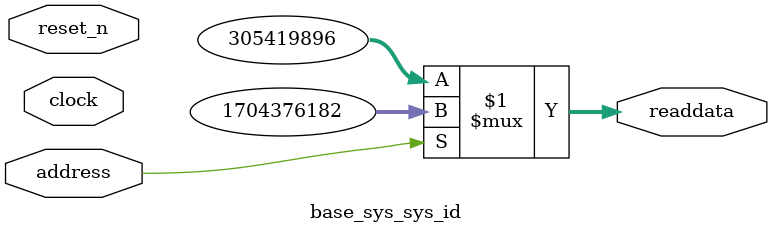
<source format=v>



// synthesis translate_off
`timescale 1ns / 1ps
// synthesis translate_on

// turn off superfluous verilog processor warnings 
// altera message_level Level1 
// altera message_off 10034 10035 10036 10037 10230 10240 10030 

module base_sys_sys_id (
               // inputs:
                address,
                clock,
                reset_n,

               // outputs:
                readdata
             )
;

  output  [ 31: 0] readdata;
  input            address;
  input            clock;
  input            reset_n;

  wire    [ 31: 0] readdata;
  //control_slave, which is an e_avalon_slave
  assign readdata = address ? 1704376182 : 305419896;

endmodule



</source>
